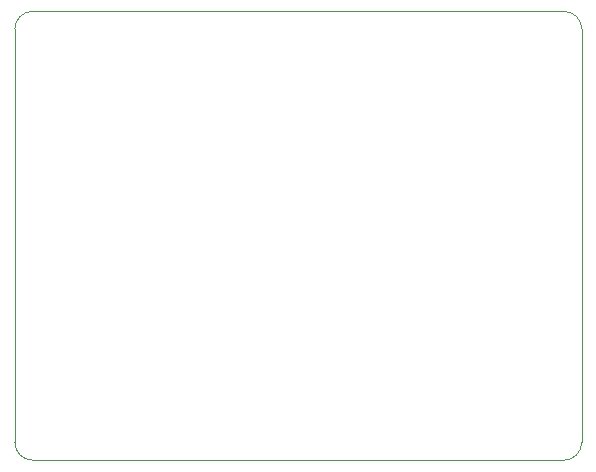
<source format=gm1>
G04 #@! TF.GenerationSoftware,KiCad,Pcbnew,(7.0.0)*
G04 #@! TF.CreationDate,2023-04-27T00:17:56+08:00*
G04 #@! TF.ProjectId,DRV-24to12-BrushedMotorDriver,4452562d-3234-4746-9f31-322d42727573,rev?*
G04 #@! TF.SameCoordinates,Original*
G04 #@! TF.FileFunction,Profile,NP*
%FSLAX46Y46*%
G04 Gerber Fmt 4.6, Leading zero omitted, Abs format (unit mm)*
G04 Created by KiCad (PCBNEW (7.0.0)) date 2023-04-27 00:17:56*
%MOMM*%
%LPD*%
G01*
G04 APERTURE LIST*
G04 #@! TA.AperFunction,Profile*
%ADD10C,0.100000*%
G04 #@! TD*
G04 APERTURE END LIST*
D10*
X201000000Y-92500000D02*
X201000000Y-57500000D01*
X249000000Y-57500000D02*
G75*
G03*
X247500000Y-56000000I-1500000J0D01*
G01*
X249000000Y-57500000D02*
X249000000Y-92500000D01*
X202500000Y-56000000D02*
G75*
G03*
X201000000Y-57500000I0J-1500000D01*
G01*
X202500000Y-56000000D02*
X247500000Y-56000000D01*
X247500000Y-94000000D02*
G75*
G03*
X249000000Y-92500000I0J1500000D01*
G01*
X201000000Y-92500000D02*
G75*
G03*
X202500000Y-94000000I1500000J0D01*
G01*
X247500000Y-94000000D02*
X202500000Y-94000000D01*
M02*

</source>
